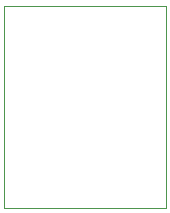
<source format=gbr>
%TF.GenerationSoftware,Altium Limited,Altium Designer,22.0.2 (36)*%
G04 Layer_Color=32768*
%FSLAX45Y45*%
%MOMM*%
%TF.SameCoordinates,4516B017-0455-433D-A7DA-D7F2A7B68D13*%
%TF.FilePolarity,Positive*%
%TF.FileFunction,Other,Mechanical_15*%
%TF.Part,Single*%
G01*
G75*
%TA.AperFunction,NonConductor*%
%ADD45C,0.05000*%
D45*
X2707700Y-10655000D02*
Y-8945000D01*
X1337700D02*
X2707700D01*
X1337700Y-10655000D02*
Y-8945000D01*
Y-10655000D02*
X2707700D01*
%TF.MD5,8fd57c3d0462760ed5ef6d5fe5f21f9e*%
M02*

</source>
